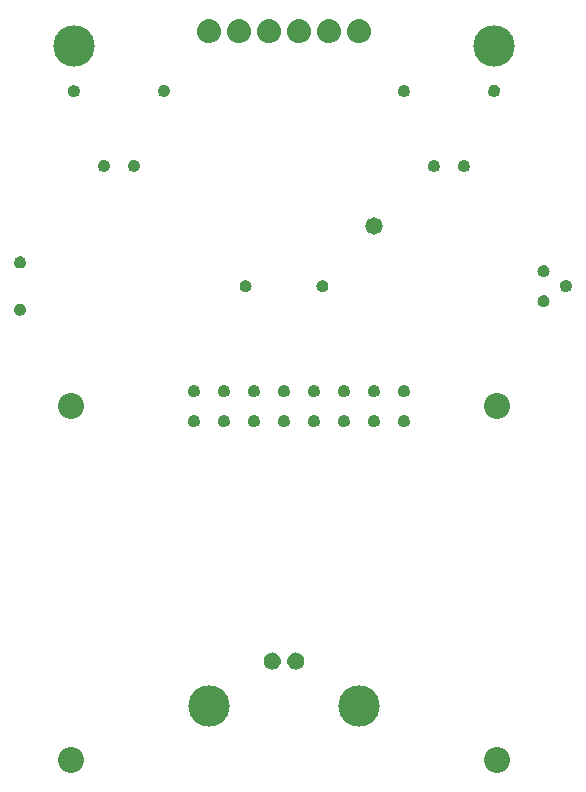
<source format=gbr>
G04 EAGLE Gerber RS-274X export*
G75*
%MOMM*%
%FSLAX34Y34*%
%LPD*%
%INSoldermask Top*%
%IPPOS*%
%AMOC8*
5,1,8,0,0,1.08239X$1,22.5*%
G01*
%ADD10C,3.505200*%
%ADD11C,2.203200*%
%ADD12C,1.473200*%

G36*
X192369Y586900D02*
X192369Y586900D01*
X192416Y586912D01*
X192492Y586922D01*
X194267Y587435D01*
X194310Y587456D01*
X194382Y587481D01*
X196023Y588330D01*
X196061Y588359D01*
X196127Y588397D01*
X197571Y589550D01*
X197603Y589587D01*
X197660Y589637D01*
X198851Y591049D01*
X198875Y591091D01*
X198921Y591152D01*
X199814Y592769D01*
X199829Y592815D01*
X199863Y592883D01*
X200423Y594644D01*
X200429Y594692D01*
X200449Y594766D01*
X200654Y596601D01*
X200651Y596648D01*
X200656Y596720D01*
X200530Y598395D01*
X200519Y598439D01*
X200512Y598504D01*
X200097Y600133D01*
X200078Y600173D01*
X200060Y600237D01*
X199368Y601768D01*
X199343Y601805D01*
X199314Y601865D01*
X198367Y603253D01*
X198336Y603284D01*
X198297Y603338D01*
X197123Y604540D01*
X197087Y604566D01*
X197039Y604612D01*
X195674Y605593D01*
X195634Y605612D01*
X195579Y605649D01*
X194065Y606377D01*
X194022Y606389D01*
X193961Y606416D01*
X192344Y606870D01*
X192299Y606875D01*
X192235Y606891D01*
X190563Y607057D01*
X190514Y607053D01*
X190436Y607057D01*
X188764Y606886D01*
X188721Y606874D01*
X188655Y606865D01*
X187038Y606407D01*
X186998Y606387D01*
X186935Y606368D01*
X185422Y605635D01*
X185386Y605609D01*
X185327Y605579D01*
X183965Y604595D01*
X183934Y604563D01*
X183881Y604523D01*
X182710Y603317D01*
X182686Y603280D01*
X182641Y603231D01*
X181697Y601841D01*
X181679Y601800D01*
X181643Y601744D01*
X180955Y600211D01*
X180944Y600168D01*
X180919Y600107D01*
X180507Y598477D01*
X180504Y598433D01*
X180490Y598368D01*
X180367Y596692D01*
X180372Y596647D01*
X180370Y596577D01*
X180569Y594750D01*
X180583Y594704D01*
X180595Y594629D01*
X181147Y592876D01*
X181170Y592833D01*
X181196Y592762D01*
X182080Y591150D01*
X182110Y591113D01*
X182150Y591048D01*
X183331Y589640D01*
X183368Y589609D01*
X183420Y589553D01*
X184853Y588403D01*
X184895Y588380D01*
X184957Y588335D01*
X186587Y587486D01*
X186633Y587472D01*
X186703Y587440D01*
X188467Y586926D01*
X188515Y586921D01*
X188589Y586903D01*
X190420Y586743D01*
X190464Y586747D01*
X190529Y586743D01*
X192369Y586900D01*
G37*
G36*
X243169Y586900D02*
X243169Y586900D01*
X243216Y586912D01*
X243292Y586922D01*
X245067Y587435D01*
X245110Y587456D01*
X245182Y587481D01*
X246823Y588330D01*
X246861Y588359D01*
X246927Y588397D01*
X248371Y589550D01*
X248403Y589587D01*
X248460Y589637D01*
X249651Y591049D01*
X249675Y591091D01*
X249721Y591152D01*
X250614Y592769D01*
X250629Y592815D01*
X250663Y592883D01*
X251223Y594644D01*
X251229Y594692D01*
X251249Y594766D01*
X251454Y596601D01*
X251451Y596648D01*
X251456Y596720D01*
X251330Y598395D01*
X251319Y598439D01*
X251312Y598504D01*
X250897Y600133D01*
X250878Y600173D01*
X250860Y600237D01*
X250168Y601768D01*
X250143Y601805D01*
X250114Y601865D01*
X249167Y603253D01*
X249136Y603284D01*
X249097Y603338D01*
X247923Y604540D01*
X247887Y604566D01*
X247839Y604612D01*
X246474Y605593D01*
X246434Y605612D01*
X246379Y605649D01*
X244865Y606377D01*
X244822Y606389D01*
X244761Y606416D01*
X243144Y606870D01*
X243099Y606875D01*
X243035Y606891D01*
X241363Y607057D01*
X241314Y607053D01*
X241236Y607057D01*
X239564Y606886D01*
X239521Y606874D01*
X239455Y606865D01*
X237838Y606407D01*
X237798Y606387D01*
X237735Y606368D01*
X236222Y605635D01*
X236186Y605609D01*
X236127Y605579D01*
X234765Y604595D01*
X234734Y604563D01*
X234681Y604523D01*
X233510Y603317D01*
X233486Y603280D01*
X233441Y603231D01*
X232497Y601841D01*
X232479Y601800D01*
X232443Y601744D01*
X231755Y600211D01*
X231744Y600168D01*
X231719Y600107D01*
X231307Y598477D01*
X231304Y598433D01*
X231290Y598368D01*
X231167Y596692D01*
X231172Y596647D01*
X231170Y596577D01*
X231369Y594750D01*
X231383Y594704D01*
X231395Y594629D01*
X231947Y592876D01*
X231970Y592833D01*
X231996Y592762D01*
X232880Y591150D01*
X232910Y591113D01*
X232950Y591048D01*
X234131Y589640D01*
X234168Y589609D01*
X234220Y589553D01*
X235653Y588403D01*
X235695Y588380D01*
X235757Y588335D01*
X237387Y587486D01*
X237433Y587472D01*
X237503Y587440D01*
X239267Y586926D01*
X239315Y586921D01*
X239389Y586903D01*
X241220Y586743D01*
X241264Y586747D01*
X241329Y586743D01*
X243169Y586900D01*
G37*
G36*
X293969Y586900D02*
X293969Y586900D01*
X294016Y586912D01*
X294092Y586922D01*
X295867Y587435D01*
X295910Y587456D01*
X295982Y587481D01*
X297623Y588330D01*
X297661Y588359D01*
X297727Y588397D01*
X299171Y589550D01*
X299203Y589587D01*
X299260Y589637D01*
X300451Y591049D01*
X300475Y591091D01*
X300521Y591152D01*
X301414Y592769D01*
X301429Y592815D01*
X301463Y592883D01*
X302023Y594644D01*
X302029Y594692D01*
X302049Y594766D01*
X302254Y596601D01*
X302251Y596648D01*
X302256Y596720D01*
X302130Y598395D01*
X302119Y598439D01*
X302112Y598504D01*
X301697Y600133D01*
X301678Y600173D01*
X301660Y600237D01*
X300968Y601768D01*
X300943Y601805D01*
X300914Y601865D01*
X299967Y603253D01*
X299936Y603284D01*
X299897Y603338D01*
X298723Y604540D01*
X298687Y604566D01*
X298639Y604612D01*
X297274Y605593D01*
X297234Y605612D01*
X297179Y605649D01*
X295665Y606377D01*
X295622Y606389D01*
X295561Y606416D01*
X293944Y606870D01*
X293899Y606875D01*
X293835Y606891D01*
X292163Y607057D01*
X292114Y607053D01*
X292036Y607057D01*
X290364Y606886D01*
X290321Y606874D01*
X290255Y606865D01*
X288638Y606407D01*
X288598Y606387D01*
X288535Y606368D01*
X287022Y605635D01*
X286986Y605609D01*
X286927Y605579D01*
X285565Y604595D01*
X285534Y604563D01*
X285481Y604523D01*
X284310Y603317D01*
X284286Y603280D01*
X284241Y603231D01*
X283297Y601841D01*
X283279Y601800D01*
X283243Y601744D01*
X282555Y600211D01*
X282544Y600168D01*
X282519Y600107D01*
X282107Y598477D01*
X282104Y598433D01*
X282090Y598368D01*
X281967Y596692D01*
X281972Y596647D01*
X281970Y596577D01*
X282169Y594750D01*
X282183Y594704D01*
X282195Y594629D01*
X282747Y592876D01*
X282770Y592833D01*
X282796Y592762D01*
X283680Y591150D01*
X283710Y591113D01*
X283750Y591048D01*
X284931Y589640D01*
X284968Y589609D01*
X285020Y589553D01*
X286453Y588403D01*
X286495Y588380D01*
X286557Y588335D01*
X288187Y587486D01*
X288233Y587472D01*
X288303Y587440D01*
X290067Y586926D01*
X290115Y586921D01*
X290189Y586903D01*
X292020Y586743D01*
X292064Y586747D01*
X292129Y586743D01*
X293969Y586900D01*
G37*
G36*
X217769Y586900D02*
X217769Y586900D01*
X217816Y586912D01*
X217892Y586922D01*
X219667Y587435D01*
X219710Y587456D01*
X219782Y587481D01*
X221423Y588330D01*
X221461Y588359D01*
X221527Y588397D01*
X222971Y589550D01*
X223003Y589587D01*
X223060Y589637D01*
X224251Y591049D01*
X224275Y591091D01*
X224321Y591152D01*
X225214Y592769D01*
X225229Y592815D01*
X225263Y592883D01*
X225823Y594644D01*
X225829Y594692D01*
X225849Y594766D01*
X226054Y596601D01*
X226051Y596648D01*
X226056Y596720D01*
X225930Y598395D01*
X225919Y598439D01*
X225912Y598504D01*
X225497Y600133D01*
X225478Y600173D01*
X225460Y600237D01*
X224768Y601768D01*
X224743Y601805D01*
X224714Y601865D01*
X223767Y603253D01*
X223736Y603284D01*
X223697Y603338D01*
X222523Y604540D01*
X222487Y604566D01*
X222439Y604612D01*
X221074Y605593D01*
X221034Y605612D01*
X220979Y605649D01*
X219465Y606377D01*
X219422Y606389D01*
X219361Y606416D01*
X217744Y606870D01*
X217699Y606875D01*
X217635Y606891D01*
X215963Y607057D01*
X215914Y607053D01*
X215836Y607057D01*
X214164Y606886D01*
X214121Y606874D01*
X214055Y606865D01*
X212438Y606407D01*
X212398Y606387D01*
X212335Y606368D01*
X210822Y605635D01*
X210786Y605609D01*
X210727Y605579D01*
X209365Y604595D01*
X209334Y604563D01*
X209281Y604523D01*
X208110Y603317D01*
X208086Y603280D01*
X208041Y603231D01*
X207097Y601841D01*
X207079Y601800D01*
X207043Y601744D01*
X206355Y600211D01*
X206344Y600168D01*
X206319Y600107D01*
X205907Y598477D01*
X205904Y598433D01*
X205890Y598368D01*
X205767Y596692D01*
X205772Y596647D01*
X205770Y596577D01*
X205969Y594750D01*
X205983Y594704D01*
X205995Y594629D01*
X206547Y592876D01*
X206570Y592833D01*
X206596Y592762D01*
X207480Y591150D01*
X207510Y591113D01*
X207550Y591048D01*
X208731Y589640D01*
X208768Y589609D01*
X208820Y589553D01*
X210253Y588403D01*
X210295Y588380D01*
X210357Y588335D01*
X211987Y587486D01*
X212033Y587472D01*
X212103Y587440D01*
X213867Y586926D01*
X213915Y586921D01*
X213989Y586903D01*
X215820Y586743D01*
X215864Y586747D01*
X215929Y586743D01*
X217769Y586900D01*
G37*
G36*
X319369Y586900D02*
X319369Y586900D01*
X319416Y586912D01*
X319492Y586922D01*
X321267Y587435D01*
X321310Y587456D01*
X321382Y587481D01*
X323023Y588330D01*
X323061Y588359D01*
X323127Y588397D01*
X324571Y589550D01*
X324603Y589587D01*
X324660Y589637D01*
X325851Y591049D01*
X325875Y591091D01*
X325921Y591152D01*
X326814Y592769D01*
X326829Y592815D01*
X326863Y592883D01*
X327423Y594644D01*
X327429Y594692D01*
X327449Y594766D01*
X327654Y596601D01*
X327651Y596648D01*
X327656Y596720D01*
X327530Y598395D01*
X327519Y598439D01*
X327512Y598504D01*
X327097Y600133D01*
X327078Y600173D01*
X327060Y600237D01*
X326368Y601768D01*
X326343Y601805D01*
X326314Y601865D01*
X325367Y603253D01*
X325336Y603284D01*
X325297Y603338D01*
X324123Y604540D01*
X324087Y604566D01*
X324039Y604612D01*
X322674Y605593D01*
X322634Y605612D01*
X322579Y605649D01*
X321065Y606377D01*
X321022Y606389D01*
X320961Y606416D01*
X319344Y606870D01*
X319299Y606875D01*
X319235Y606891D01*
X317563Y607057D01*
X317514Y607053D01*
X317436Y607057D01*
X315764Y606886D01*
X315721Y606874D01*
X315655Y606865D01*
X314038Y606407D01*
X313998Y606387D01*
X313935Y606368D01*
X312422Y605635D01*
X312386Y605609D01*
X312327Y605579D01*
X310965Y604595D01*
X310934Y604563D01*
X310881Y604523D01*
X309710Y603317D01*
X309686Y603280D01*
X309641Y603231D01*
X308697Y601841D01*
X308679Y601800D01*
X308643Y601744D01*
X307955Y600211D01*
X307944Y600168D01*
X307919Y600107D01*
X307507Y598477D01*
X307504Y598433D01*
X307490Y598368D01*
X307367Y596692D01*
X307372Y596647D01*
X307370Y596577D01*
X307569Y594750D01*
X307583Y594704D01*
X307595Y594629D01*
X308147Y592876D01*
X308170Y592833D01*
X308196Y592762D01*
X309080Y591150D01*
X309110Y591113D01*
X309150Y591048D01*
X310331Y589640D01*
X310368Y589609D01*
X310420Y589553D01*
X311853Y588403D01*
X311895Y588380D01*
X311957Y588335D01*
X313587Y587486D01*
X313633Y587472D01*
X313703Y587440D01*
X315467Y586926D01*
X315515Y586921D01*
X315589Y586903D01*
X317420Y586743D01*
X317464Y586747D01*
X317529Y586743D01*
X319369Y586900D01*
G37*
G36*
X268569Y586900D02*
X268569Y586900D01*
X268616Y586912D01*
X268692Y586922D01*
X270467Y587435D01*
X270510Y587456D01*
X270582Y587481D01*
X272223Y588330D01*
X272261Y588359D01*
X272327Y588397D01*
X273771Y589550D01*
X273803Y589587D01*
X273860Y589637D01*
X275051Y591049D01*
X275075Y591091D01*
X275121Y591152D01*
X276014Y592769D01*
X276029Y592815D01*
X276063Y592883D01*
X276623Y594644D01*
X276629Y594692D01*
X276649Y594766D01*
X276854Y596601D01*
X276851Y596648D01*
X276856Y596720D01*
X276730Y598395D01*
X276719Y598439D01*
X276712Y598504D01*
X276297Y600133D01*
X276278Y600173D01*
X276260Y600237D01*
X275568Y601768D01*
X275543Y601805D01*
X275514Y601865D01*
X274567Y603253D01*
X274536Y603284D01*
X274497Y603338D01*
X273323Y604540D01*
X273287Y604566D01*
X273239Y604612D01*
X271874Y605593D01*
X271834Y605612D01*
X271779Y605649D01*
X270265Y606377D01*
X270222Y606389D01*
X270161Y606416D01*
X268544Y606870D01*
X268499Y606875D01*
X268435Y606891D01*
X266763Y607057D01*
X266714Y607053D01*
X266636Y607057D01*
X264964Y606886D01*
X264921Y606874D01*
X264855Y606865D01*
X263238Y606407D01*
X263198Y606387D01*
X263135Y606368D01*
X261622Y605635D01*
X261586Y605609D01*
X261527Y605579D01*
X260165Y604595D01*
X260134Y604563D01*
X260081Y604523D01*
X258910Y603317D01*
X258886Y603280D01*
X258841Y603231D01*
X257897Y601841D01*
X257879Y601800D01*
X257843Y601744D01*
X257155Y600211D01*
X257144Y600168D01*
X257119Y600107D01*
X256707Y598477D01*
X256704Y598433D01*
X256690Y598368D01*
X256567Y596692D01*
X256572Y596647D01*
X256570Y596577D01*
X256769Y594750D01*
X256783Y594704D01*
X256795Y594629D01*
X257347Y592876D01*
X257370Y592833D01*
X257396Y592762D01*
X258280Y591150D01*
X258310Y591113D01*
X258350Y591048D01*
X259531Y589640D01*
X259568Y589609D01*
X259620Y589553D01*
X261053Y588403D01*
X261095Y588380D01*
X261157Y588335D01*
X262787Y587486D01*
X262833Y587472D01*
X262903Y587440D01*
X264667Y586926D01*
X264715Y586921D01*
X264789Y586903D01*
X266620Y586743D01*
X266664Y586747D01*
X266729Y586743D01*
X268569Y586900D01*
G37*
G36*
X243986Y56269D02*
X243986Y56269D01*
X244062Y56265D01*
X245351Y56392D01*
X245397Y56405D01*
X245472Y56416D01*
X246711Y56792D01*
X246754Y56814D01*
X246826Y56839D01*
X247968Y57450D01*
X248006Y57479D01*
X248071Y57519D01*
X249072Y58340D01*
X249103Y58377D01*
X249160Y58428D01*
X249981Y59429D01*
X250005Y59471D01*
X250050Y59532D01*
X250661Y60674D01*
X250676Y60720D01*
X250708Y60789D01*
X251084Y62028D01*
X251090Y62075D01*
X251108Y62149D01*
X251235Y63438D01*
X251231Y63485D01*
X251235Y63561D01*
X251112Y64847D01*
X251099Y64893D01*
X251088Y64969D01*
X250716Y66207D01*
X250694Y66250D01*
X250668Y66322D01*
X250061Y67463D01*
X250032Y67501D01*
X249993Y67567D01*
X249175Y68567D01*
X249138Y68599D01*
X249087Y68655D01*
X248089Y69477D01*
X248047Y69501D01*
X247986Y69546D01*
X246847Y70158D01*
X246801Y70172D01*
X246732Y70205D01*
X245496Y70582D01*
X245448Y70588D01*
X245374Y70607D01*
X244088Y70735D01*
X244040Y70731D01*
X243964Y70735D01*
X242673Y70611D01*
X242627Y70598D01*
X242551Y70587D01*
X241309Y70213D01*
X241266Y70191D01*
X241194Y70165D01*
X240049Y69556D01*
X240011Y69527D01*
X239945Y69487D01*
X238941Y68666D01*
X238910Y68630D01*
X238853Y68579D01*
X238028Y67577D01*
X238004Y67535D01*
X237959Y67474D01*
X237345Y66331D01*
X237330Y66286D01*
X237297Y66217D01*
X236919Y64976D01*
X236913Y64928D01*
X236894Y64854D01*
X236765Y63563D01*
X236769Y63515D01*
X236765Y63438D01*
X236892Y62149D01*
X236905Y62103D01*
X236916Y62028D01*
X237291Y60789D01*
X237313Y60746D01*
X237339Y60674D01*
X237949Y59532D01*
X237979Y59494D01*
X238018Y59428D01*
X238840Y58428D01*
X238876Y58396D01*
X238928Y58340D01*
X239928Y57518D01*
X239970Y57495D01*
X240032Y57449D01*
X241174Y56839D01*
X241219Y56824D01*
X241289Y56791D01*
X242528Y56416D01*
X242575Y56410D01*
X242649Y56392D01*
X243938Y56265D01*
X243986Y56269D01*
G37*
G36*
X263986Y56269D02*
X263986Y56269D01*
X264062Y56265D01*
X265351Y56392D01*
X265397Y56405D01*
X265472Y56416D01*
X266711Y56792D01*
X266754Y56814D01*
X266826Y56839D01*
X267968Y57450D01*
X268006Y57479D01*
X268071Y57519D01*
X269072Y58340D01*
X269103Y58377D01*
X269160Y58428D01*
X269981Y59429D01*
X270005Y59471D01*
X270050Y59532D01*
X270661Y60674D01*
X270676Y60720D01*
X270708Y60789D01*
X271084Y62028D01*
X271090Y62075D01*
X271108Y62149D01*
X271235Y63438D01*
X271231Y63485D01*
X271235Y63561D01*
X271112Y64847D01*
X271099Y64893D01*
X271088Y64969D01*
X270716Y66207D01*
X270694Y66250D01*
X270668Y66322D01*
X270061Y67463D01*
X270032Y67501D01*
X269993Y67567D01*
X269175Y68567D01*
X269138Y68599D01*
X269087Y68655D01*
X268089Y69477D01*
X268047Y69501D01*
X267986Y69546D01*
X266847Y70158D01*
X266801Y70172D01*
X266732Y70205D01*
X265496Y70582D01*
X265448Y70588D01*
X265374Y70607D01*
X264088Y70735D01*
X264040Y70731D01*
X263964Y70735D01*
X262673Y70611D01*
X262627Y70598D01*
X262551Y70587D01*
X261309Y70213D01*
X261266Y70191D01*
X261194Y70165D01*
X260049Y69556D01*
X260011Y69527D01*
X259945Y69487D01*
X258941Y68666D01*
X258910Y68630D01*
X258853Y68579D01*
X258028Y67577D01*
X258004Y67535D01*
X257959Y67474D01*
X257345Y66331D01*
X257330Y66286D01*
X257297Y66217D01*
X256919Y64976D01*
X256913Y64928D01*
X256894Y64854D01*
X256765Y63563D01*
X256769Y63515D01*
X256765Y63438D01*
X256892Y62149D01*
X256905Y62103D01*
X256916Y62028D01*
X257291Y60789D01*
X257313Y60746D01*
X257339Y60674D01*
X257949Y59532D01*
X257979Y59494D01*
X258018Y59428D01*
X258840Y58428D01*
X258876Y58396D01*
X258928Y58340D01*
X259928Y57518D01*
X259970Y57495D01*
X260032Y57449D01*
X261174Y56839D01*
X261219Y56824D01*
X261289Y56791D01*
X262528Y56416D01*
X262575Y56410D01*
X262649Y56392D01*
X263938Y56265D01*
X263986Y56269D01*
G37*
G36*
X30678Y395994D02*
X30678Y395994D01*
X30769Y395993D01*
X31733Y396124D01*
X31781Y396140D01*
X31870Y396159D01*
X32781Y396501D01*
X32824Y396527D01*
X32908Y396566D01*
X33719Y397103D01*
X33755Y397138D01*
X33828Y397194D01*
X34500Y397898D01*
X34528Y397940D01*
X34586Y398011D01*
X35084Y398847D01*
X35085Y398850D01*
X35087Y398852D01*
X35093Y398871D01*
X35102Y398894D01*
X35142Y398976D01*
X35442Y399902D01*
X35449Y399952D01*
X35471Y400041D01*
X35557Y401010D01*
X35553Y401057D01*
X35556Y401132D01*
X35454Y402108D01*
X35440Y402156D01*
X35424Y402246D01*
X35108Y403175D01*
X35084Y403219D01*
X35047Y403304D01*
X34533Y404139D01*
X34499Y404176D01*
X34445Y404251D01*
X33757Y404951D01*
X33716Y404980D01*
X33647Y405040D01*
X32820Y405569D01*
X32774Y405588D01*
X32693Y405632D01*
X31770Y405964D01*
X31720Y405972D01*
X31631Y405997D01*
X30657Y406115D01*
X30607Y406112D01*
X30521Y406116D01*
X29519Y406021D01*
X29470Y406007D01*
X29380Y405991D01*
X28424Y405675D01*
X28379Y405651D01*
X28295Y405616D01*
X27434Y405094D01*
X27396Y405061D01*
X27321Y405008D01*
X26597Y404308D01*
X26568Y404267D01*
X26507Y404198D01*
X25957Y403355D01*
X25937Y403309D01*
X25893Y403228D01*
X25545Y402284D01*
X25536Y402234D01*
X25511Y402146D01*
X25381Y401148D01*
X25383Y401105D01*
X25382Y400979D01*
X25521Y399968D01*
X25537Y399920D01*
X25556Y399830D01*
X25918Y398875D01*
X25944Y398832D01*
X25983Y398748D01*
X26547Y397898D01*
X26582Y397861D01*
X26639Y397789D01*
X27379Y397085D01*
X27421Y397057D01*
X27492Y396999D01*
X28370Y396478D01*
X28417Y396460D01*
X28499Y396419D01*
X29471Y396106D01*
X29521Y396099D01*
X29610Y396078D01*
X30628Y395989D01*
X30678Y395994D01*
G37*
G36*
X30678Y355862D02*
X30678Y355862D01*
X30769Y355861D01*
X31733Y355992D01*
X31781Y356008D01*
X31870Y356027D01*
X32781Y356369D01*
X32824Y356395D01*
X32908Y356434D01*
X33719Y356971D01*
X33755Y357006D01*
X33828Y357062D01*
X34500Y357766D01*
X34528Y357808D01*
X34586Y357879D01*
X35084Y358715D01*
X35085Y358718D01*
X35087Y358720D01*
X35093Y358739D01*
X35102Y358762D01*
X35142Y358844D01*
X35442Y359770D01*
X35449Y359820D01*
X35471Y359909D01*
X35557Y360878D01*
X35553Y360925D01*
X35556Y361000D01*
X35454Y361976D01*
X35440Y362024D01*
X35424Y362114D01*
X35108Y363043D01*
X35084Y363087D01*
X35047Y363172D01*
X34533Y364007D01*
X34499Y364044D01*
X34445Y364119D01*
X33757Y364819D01*
X33716Y364848D01*
X33647Y364908D01*
X32820Y365437D01*
X32774Y365456D01*
X32693Y365500D01*
X31770Y365832D01*
X31720Y365840D01*
X31631Y365865D01*
X30657Y365983D01*
X30607Y365980D01*
X30521Y365984D01*
X29519Y365889D01*
X29470Y365875D01*
X29380Y365859D01*
X28424Y365543D01*
X28379Y365519D01*
X28295Y365484D01*
X27434Y364962D01*
X27396Y364929D01*
X27321Y364876D01*
X26597Y364176D01*
X26568Y364135D01*
X26507Y364066D01*
X25957Y363223D01*
X25937Y363177D01*
X25893Y363096D01*
X25545Y362152D01*
X25536Y362102D01*
X25511Y362014D01*
X25381Y361016D01*
X25383Y360973D01*
X25382Y360847D01*
X25521Y359836D01*
X25537Y359788D01*
X25556Y359698D01*
X25918Y358743D01*
X25944Y358700D01*
X25983Y358616D01*
X26547Y357766D01*
X26582Y357729D01*
X26639Y357657D01*
X27379Y356953D01*
X27421Y356925D01*
X27492Y356867D01*
X28370Y356346D01*
X28417Y356328D01*
X28499Y356287D01*
X29471Y355974D01*
X29521Y355967D01*
X29610Y355946D01*
X30628Y355857D01*
X30678Y355862D01*
G37*
G36*
X152361Y541003D02*
X152361Y541003D01*
X152487Y541002D01*
X153498Y541141D01*
X153546Y541157D01*
X153636Y541176D01*
X154591Y541538D01*
X154634Y541564D01*
X154718Y541603D01*
X155568Y542167D01*
X155605Y542202D01*
X155677Y542259D01*
X156381Y542999D01*
X156409Y543041D01*
X156467Y543112D01*
X156988Y543990D01*
X157006Y544037D01*
X157047Y544119D01*
X157360Y545091D01*
X157367Y545141D01*
X157388Y545230D01*
X157477Y546248D01*
X157472Y546298D01*
X157473Y546389D01*
X157342Y547353D01*
X157326Y547401D01*
X157307Y547490D01*
X156965Y548401D01*
X156939Y548444D01*
X156900Y548528D01*
X156363Y549339D01*
X156328Y549375D01*
X156272Y549448D01*
X155568Y550120D01*
X155526Y550148D01*
X155455Y550206D01*
X154620Y550704D01*
X154572Y550722D01*
X154490Y550762D01*
X153565Y551062D01*
X153514Y551069D01*
X153425Y551091D01*
X152456Y551177D01*
X152409Y551173D01*
X152334Y551176D01*
X151358Y551074D01*
X151310Y551060D01*
X151220Y551044D01*
X150291Y550728D01*
X150247Y550704D01*
X150162Y550667D01*
X149327Y550153D01*
X149290Y550119D01*
X149215Y550065D01*
X148516Y549377D01*
X148486Y549336D01*
X148426Y549267D01*
X147897Y548440D01*
X147878Y548394D01*
X147834Y548313D01*
X147502Y547390D01*
X147494Y547340D01*
X147469Y547251D01*
X147351Y546277D01*
X147354Y546227D01*
X147350Y546141D01*
X147445Y545139D01*
X147459Y545090D01*
X147475Y545000D01*
X147791Y544044D01*
X147815Y543999D01*
X147851Y543915D01*
X148372Y543054D01*
X148405Y543016D01*
X148458Y542941D01*
X149158Y542217D01*
X149199Y542188D01*
X149268Y542127D01*
X150111Y541577D01*
X150157Y541557D01*
X150238Y541513D01*
X151182Y541165D01*
X151232Y541156D01*
X151320Y541131D01*
X152318Y541001D01*
X152361Y541003D01*
G37*
G36*
X76085Y540927D02*
X76085Y540927D01*
X76211Y540926D01*
X77222Y541065D01*
X77270Y541081D01*
X77360Y541100D01*
X78315Y541462D01*
X78358Y541488D01*
X78442Y541527D01*
X79292Y542091D01*
X79329Y542126D01*
X79401Y542183D01*
X80105Y542923D01*
X80133Y542965D01*
X80191Y543036D01*
X80712Y543914D01*
X80730Y543961D01*
X80771Y544043D01*
X81084Y545015D01*
X81091Y545065D01*
X81112Y545154D01*
X81201Y546172D01*
X81196Y546222D01*
X81197Y546313D01*
X81066Y547277D01*
X81050Y547325D01*
X81031Y547414D01*
X80689Y548325D01*
X80663Y548368D01*
X80624Y548452D01*
X80087Y549263D01*
X80052Y549299D01*
X79996Y549372D01*
X79292Y550044D01*
X79250Y550072D01*
X79179Y550130D01*
X78344Y550628D01*
X78296Y550646D01*
X78214Y550686D01*
X77289Y550986D01*
X77238Y550993D01*
X77149Y551015D01*
X76180Y551101D01*
X76133Y551097D01*
X76058Y551100D01*
X75082Y550998D01*
X75034Y550984D01*
X74944Y550968D01*
X74015Y550652D01*
X73971Y550628D01*
X73886Y550591D01*
X73051Y550077D01*
X73014Y550043D01*
X72939Y549989D01*
X72240Y549301D01*
X72210Y549260D01*
X72150Y549191D01*
X71621Y548364D01*
X71602Y548318D01*
X71558Y548237D01*
X71226Y547314D01*
X71218Y547264D01*
X71193Y547175D01*
X71075Y546201D01*
X71078Y546151D01*
X71074Y546065D01*
X71169Y545063D01*
X71183Y545014D01*
X71199Y544924D01*
X71515Y543968D01*
X71539Y543923D01*
X71575Y543839D01*
X72096Y542978D01*
X72129Y542940D01*
X72182Y542865D01*
X72882Y542141D01*
X72923Y542112D01*
X72992Y542051D01*
X73835Y541501D01*
X73881Y541481D01*
X73962Y541437D01*
X74906Y541089D01*
X74956Y541080D01*
X75044Y541055D01*
X76042Y540925D01*
X76085Y540927D01*
G37*
G36*
X126961Y477503D02*
X126961Y477503D01*
X127087Y477502D01*
X128098Y477641D01*
X128146Y477657D01*
X128236Y477676D01*
X129191Y478038D01*
X129234Y478064D01*
X129318Y478103D01*
X130168Y478667D01*
X130205Y478702D01*
X130277Y478759D01*
X130981Y479499D01*
X131009Y479541D01*
X131067Y479612D01*
X131588Y480490D01*
X131606Y480537D01*
X131647Y480619D01*
X131960Y481591D01*
X131967Y481641D01*
X131988Y481730D01*
X132077Y482748D01*
X132072Y482798D01*
X132073Y482889D01*
X131942Y483853D01*
X131926Y483901D01*
X131907Y483990D01*
X131565Y484901D01*
X131539Y484944D01*
X131500Y485028D01*
X130963Y485839D01*
X130928Y485875D01*
X130872Y485948D01*
X130168Y486620D01*
X130126Y486648D01*
X130055Y486706D01*
X129220Y487204D01*
X129172Y487222D01*
X129090Y487262D01*
X128165Y487562D01*
X128114Y487569D01*
X128025Y487591D01*
X127056Y487677D01*
X127009Y487673D01*
X126934Y487676D01*
X125958Y487574D01*
X125910Y487560D01*
X125820Y487544D01*
X124891Y487228D01*
X124847Y487204D01*
X124762Y487167D01*
X123927Y486653D01*
X123890Y486619D01*
X123815Y486565D01*
X123116Y485877D01*
X123086Y485836D01*
X123026Y485767D01*
X122497Y484940D01*
X122478Y484894D01*
X122434Y484813D01*
X122102Y483890D01*
X122094Y483840D01*
X122069Y483751D01*
X121951Y482777D01*
X121954Y482727D01*
X121950Y482641D01*
X122045Y481639D01*
X122059Y481590D01*
X122075Y481500D01*
X122391Y480544D01*
X122415Y480499D01*
X122451Y480415D01*
X122972Y479554D01*
X123005Y479516D01*
X123058Y479441D01*
X123758Y478717D01*
X123799Y478688D01*
X123868Y478627D01*
X124711Y478077D01*
X124757Y478057D01*
X124838Y478013D01*
X125782Y477665D01*
X125832Y477656D01*
X125920Y477631D01*
X126918Y477501D01*
X126961Y477503D01*
G37*
G36*
X101561Y477503D02*
X101561Y477503D01*
X101687Y477502D01*
X102698Y477641D01*
X102746Y477657D01*
X102836Y477676D01*
X103791Y478038D01*
X103834Y478064D01*
X103918Y478103D01*
X104768Y478667D01*
X104805Y478702D01*
X104877Y478759D01*
X105581Y479499D01*
X105609Y479541D01*
X105667Y479612D01*
X106188Y480490D01*
X106206Y480537D01*
X106247Y480619D01*
X106560Y481591D01*
X106567Y481641D01*
X106588Y481730D01*
X106677Y482748D01*
X106672Y482798D01*
X106673Y482889D01*
X106542Y483853D01*
X106526Y483901D01*
X106507Y483990D01*
X106165Y484901D01*
X106139Y484944D01*
X106100Y485028D01*
X105563Y485839D01*
X105528Y485875D01*
X105472Y485948D01*
X104768Y486620D01*
X104726Y486648D01*
X104655Y486706D01*
X103820Y487204D01*
X103772Y487222D01*
X103690Y487262D01*
X102765Y487562D01*
X102714Y487569D01*
X102625Y487591D01*
X101656Y487677D01*
X101609Y487673D01*
X101534Y487676D01*
X100558Y487574D01*
X100510Y487560D01*
X100420Y487544D01*
X99491Y487228D01*
X99447Y487204D01*
X99362Y487167D01*
X98527Y486653D01*
X98490Y486619D01*
X98415Y486565D01*
X97716Y485877D01*
X97686Y485836D01*
X97626Y485767D01*
X97097Y484940D01*
X97078Y484894D01*
X97034Y484813D01*
X96702Y483890D01*
X96694Y483840D01*
X96669Y483751D01*
X96551Y482777D01*
X96554Y482727D01*
X96550Y482641D01*
X96645Y481639D01*
X96659Y481590D01*
X96675Y481500D01*
X96991Y480544D01*
X97015Y480499D01*
X97051Y480415D01*
X97572Y479554D01*
X97605Y479516D01*
X97658Y479441D01*
X98358Y478717D01*
X98399Y478688D01*
X98468Y478627D01*
X99311Y478077D01*
X99357Y478057D01*
X99438Y478013D01*
X100382Y477665D01*
X100432Y477656D01*
X100520Y477631D01*
X101518Y477501D01*
X101561Y477503D01*
G37*
G36*
X431867Y541103D02*
X431867Y541103D01*
X431942Y541100D01*
X432918Y541202D01*
X432966Y541216D01*
X433056Y541232D01*
X433985Y541548D01*
X434029Y541573D01*
X434114Y541609D01*
X434949Y542123D01*
X434986Y542157D01*
X435061Y542211D01*
X435761Y542899D01*
X435790Y542940D01*
X435850Y543009D01*
X436379Y543836D01*
X436398Y543882D01*
X436442Y543963D01*
X436774Y544886D01*
X436782Y544936D01*
X436807Y545025D01*
X436925Y545999D01*
X436922Y546049D01*
X436926Y546135D01*
X436831Y547137D01*
X436817Y547186D01*
X436801Y547276D01*
X436485Y548232D01*
X436461Y548277D01*
X436426Y548361D01*
X435904Y549222D01*
X435871Y549260D01*
X435818Y549335D01*
X435118Y550059D01*
X435077Y550088D01*
X435008Y550149D01*
X434165Y550699D01*
X434119Y550719D01*
X434038Y550763D01*
X433094Y551111D01*
X433044Y551120D01*
X432956Y551145D01*
X431958Y551275D01*
X431915Y551273D01*
X431789Y551274D01*
X430778Y551135D01*
X430730Y551119D01*
X430640Y551100D01*
X429685Y550738D01*
X429642Y550712D01*
X429558Y550674D01*
X428708Y550109D01*
X428671Y550074D01*
X428599Y550017D01*
X427895Y549278D01*
X427867Y549235D01*
X427809Y549164D01*
X427288Y548286D01*
X427270Y548239D01*
X427229Y548157D01*
X426916Y547185D01*
X426909Y547135D01*
X426888Y547046D01*
X426799Y546028D01*
X426804Y545978D01*
X426803Y545887D01*
X426934Y544923D01*
X426950Y544875D01*
X426969Y544786D01*
X427311Y543875D01*
X427337Y543832D01*
X427376Y543749D01*
X427913Y542937D01*
X427948Y542901D01*
X428004Y542828D01*
X428708Y542156D01*
X428750Y542129D01*
X428821Y542070D01*
X429657Y541572D01*
X429704Y541554D01*
X429786Y541514D01*
X430712Y541214D01*
X430762Y541207D01*
X430851Y541185D01*
X431820Y541099D01*
X431867Y541103D01*
G37*
G36*
X355591Y541027D02*
X355591Y541027D01*
X355666Y541024D01*
X356642Y541126D01*
X356690Y541140D01*
X356780Y541156D01*
X357709Y541472D01*
X357753Y541497D01*
X357838Y541533D01*
X358673Y542047D01*
X358710Y542081D01*
X358785Y542135D01*
X359485Y542823D01*
X359514Y542864D01*
X359574Y542933D01*
X360103Y543760D01*
X360122Y543806D01*
X360166Y543887D01*
X360498Y544810D01*
X360506Y544860D01*
X360531Y544949D01*
X360649Y545923D01*
X360646Y545973D01*
X360650Y546059D01*
X360555Y547061D01*
X360541Y547110D01*
X360525Y547200D01*
X360209Y548156D01*
X360185Y548201D01*
X360150Y548285D01*
X359628Y549146D01*
X359595Y549184D01*
X359542Y549259D01*
X358842Y549983D01*
X358801Y550012D01*
X358732Y550073D01*
X357889Y550623D01*
X357843Y550643D01*
X357762Y550687D01*
X356818Y551035D01*
X356768Y551044D01*
X356680Y551069D01*
X355682Y551199D01*
X355639Y551197D01*
X355513Y551198D01*
X354502Y551059D01*
X354454Y551043D01*
X354364Y551024D01*
X353409Y550662D01*
X353366Y550636D01*
X353282Y550598D01*
X352432Y550033D01*
X352395Y549998D01*
X352323Y549941D01*
X351619Y549202D01*
X351591Y549159D01*
X351533Y549088D01*
X351012Y548210D01*
X350994Y548163D01*
X350953Y548081D01*
X350640Y547109D01*
X350633Y547059D01*
X350612Y546970D01*
X350523Y545952D01*
X350528Y545902D01*
X350527Y545811D01*
X350658Y544847D01*
X350674Y544799D01*
X350693Y544710D01*
X351035Y543799D01*
X351061Y543756D01*
X351100Y543673D01*
X351637Y542861D01*
X351672Y542825D01*
X351728Y542752D01*
X352432Y542080D01*
X352474Y542053D01*
X352545Y541994D01*
X353381Y541496D01*
X353428Y541478D01*
X353510Y541438D01*
X354436Y541138D01*
X354486Y541131D01*
X354575Y541109D01*
X355544Y541023D01*
X355591Y541027D01*
G37*
G36*
X380991Y477527D02*
X380991Y477527D01*
X381066Y477524D01*
X382042Y477626D01*
X382090Y477640D01*
X382180Y477656D01*
X383109Y477972D01*
X383153Y477997D01*
X383238Y478033D01*
X384073Y478547D01*
X384110Y478581D01*
X384185Y478635D01*
X384885Y479323D01*
X384914Y479364D01*
X384974Y479433D01*
X385503Y480260D01*
X385522Y480306D01*
X385566Y480387D01*
X385898Y481310D01*
X385906Y481360D01*
X385931Y481449D01*
X386049Y482423D01*
X386046Y482473D01*
X386050Y482559D01*
X385955Y483561D01*
X385941Y483610D01*
X385925Y483700D01*
X385609Y484656D01*
X385585Y484701D01*
X385550Y484785D01*
X385028Y485646D01*
X384995Y485684D01*
X384942Y485759D01*
X384242Y486483D01*
X384201Y486512D01*
X384132Y486573D01*
X383289Y487123D01*
X383243Y487143D01*
X383162Y487187D01*
X382218Y487535D01*
X382168Y487544D01*
X382080Y487569D01*
X381082Y487699D01*
X381039Y487697D01*
X380913Y487698D01*
X379902Y487559D01*
X379854Y487543D01*
X379764Y487524D01*
X378809Y487162D01*
X378766Y487136D01*
X378682Y487098D01*
X377832Y486533D01*
X377795Y486498D01*
X377723Y486441D01*
X377019Y485702D01*
X376991Y485659D01*
X376933Y485588D01*
X376412Y484710D01*
X376394Y484663D01*
X376353Y484581D01*
X376040Y483609D01*
X376033Y483559D01*
X376012Y483470D01*
X375923Y482452D01*
X375928Y482402D01*
X375927Y482311D01*
X376058Y481347D01*
X376074Y481299D01*
X376093Y481210D01*
X376435Y480299D01*
X376461Y480256D01*
X376500Y480173D01*
X377037Y479361D01*
X377072Y479325D01*
X377128Y479252D01*
X377832Y478580D01*
X377874Y478553D01*
X377945Y478494D01*
X378781Y477996D01*
X378828Y477978D01*
X378910Y477938D01*
X379836Y477638D01*
X379886Y477631D01*
X379975Y477609D01*
X380944Y477523D01*
X380991Y477527D01*
G37*
G36*
X406391Y477527D02*
X406391Y477527D01*
X406466Y477524D01*
X407442Y477626D01*
X407490Y477640D01*
X407580Y477656D01*
X408509Y477972D01*
X408553Y477997D01*
X408638Y478033D01*
X409473Y478547D01*
X409510Y478581D01*
X409585Y478635D01*
X410285Y479323D01*
X410314Y479364D01*
X410374Y479433D01*
X410903Y480260D01*
X410922Y480306D01*
X410966Y480387D01*
X411298Y481310D01*
X411306Y481360D01*
X411331Y481449D01*
X411449Y482423D01*
X411446Y482473D01*
X411450Y482559D01*
X411355Y483561D01*
X411341Y483610D01*
X411325Y483700D01*
X411009Y484656D01*
X410985Y484701D01*
X410950Y484785D01*
X410428Y485646D01*
X410395Y485684D01*
X410342Y485759D01*
X409642Y486483D01*
X409601Y486512D01*
X409532Y486573D01*
X408689Y487123D01*
X408643Y487143D01*
X408562Y487187D01*
X407618Y487535D01*
X407568Y487544D01*
X407480Y487569D01*
X406482Y487699D01*
X406439Y487697D01*
X406313Y487698D01*
X405302Y487559D01*
X405254Y487543D01*
X405164Y487524D01*
X404209Y487162D01*
X404166Y487136D01*
X404082Y487098D01*
X403232Y486533D01*
X403195Y486498D01*
X403123Y486441D01*
X402419Y485702D01*
X402391Y485659D01*
X402333Y485588D01*
X401812Y484710D01*
X401794Y484663D01*
X401753Y484581D01*
X401440Y483609D01*
X401433Y483559D01*
X401412Y483470D01*
X401323Y482452D01*
X401328Y482402D01*
X401327Y482311D01*
X401458Y481347D01*
X401474Y481299D01*
X401493Y481210D01*
X401835Y480299D01*
X401861Y480256D01*
X401900Y480173D01*
X402437Y479361D01*
X402472Y479325D01*
X402528Y479252D01*
X403232Y478580D01*
X403274Y478553D01*
X403345Y478494D01*
X404181Y477996D01*
X404228Y477978D01*
X404310Y477938D01*
X405236Y477638D01*
X405286Y477631D01*
X405375Y477609D01*
X406344Y477523D01*
X406391Y477527D01*
G37*
G36*
X474671Y388745D02*
X474671Y388745D01*
X474720Y388759D01*
X474810Y388775D01*
X475766Y389091D01*
X475811Y389115D01*
X475895Y389151D01*
X476756Y389672D01*
X476794Y389705D01*
X476869Y389758D01*
X477593Y390458D01*
X477622Y390499D01*
X477683Y390568D01*
X478233Y391411D01*
X478253Y391457D01*
X478297Y391538D01*
X478645Y392482D01*
X478654Y392532D01*
X478679Y392620D01*
X478809Y393618D01*
X478807Y393661D01*
X478808Y393787D01*
X478669Y394798D01*
X478653Y394846D01*
X478634Y394936D01*
X478272Y395891D01*
X478246Y395934D01*
X478208Y396018D01*
X477643Y396868D01*
X477608Y396905D01*
X477551Y396977D01*
X476812Y397681D01*
X476769Y397709D01*
X476698Y397767D01*
X475820Y398288D01*
X475773Y398306D01*
X475691Y398347D01*
X474719Y398660D01*
X474669Y398667D01*
X474580Y398688D01*
X473562Y398777D01*
X473512Y398772D01*
X473421Y398773D01*
X472457Y398642D01*
X472409Y398626D01*
X472320Y398607D01*
X471409Y398265D01*
X471366Y398239D01*
X471283Y398200D01*
X470471Y397663D01*
X470435Y397628D01*
X470362Y397572D01*
X469690Y396868D01*
X469663Y396826D01*
X469604Y396755D01*
X469106Y395920D01*
X469088Y395872D01*
X469048Y395790D01*
X468748Y394865D01*
X468741Y394814D01*
X468719Y394725D01*
X468633Y393756D01*
X468637Y393709D01*
X468634Y393634D01*
X468736Y392658D01*
X468750Y392610D01*
X468766Y392520D01*
X469082Y391591D01*
X469107Y391547D01*
X469143Y391462D01*
X469657Y390627D01*
X469691Y390590D01*
X469745Y390515D01*
X470433Y389816D01*
X470474Y389786D01*
X470543Y389726D01*
X471370Y389197D01*
X471416Y389178D01*
X471497Y389134D01*
X472420Y388802D01*
X472470Y388794D01*
X472559Y388769D01*
X473533Y388651D01*
X473583Y388654D01*
X473669Y388650D01*
X474671Y388745D01*
G37*
G36*
X286503Y375927D02*
X286503Y375927D01*
X286578Y375924D01*
X287554Y376026D01*
X287602Y376040D01*
X287692Y376056D01*
X288621Y376372D01*
X288665Y376397D01*
X288750Y376433D01*
X289585Y376947D01*
X289622Y376981D01*
X289697Y377035D01*
X290397Y377723D01*
X290426Y377764D01*
X290486Y377833D01*
X291015Y378660D01*
X291034Y378706D01*
X291078Y378787D01*
X291410Y379710D01*
X291418Y379760D01*
X291443Y379849D01*
X291561Y380823D01*
X291558Y380873D01*
X291562Y380959D01*
X291467Y381961D01*
X291453Y382010D01*
X291437Y382100D01*
X291121Y383056D01*
X291097Y383101D01*
X291062Y383185D01*
X290540Y384046D01*
X290507Y384084D01*
X290454Y384159D01*
X289754Y384883D01*
X289713Y384912D01*
X289644Y384973D01*
X288801Y385523D01*
X288755Y385543D01*
X288674Y385587D01*
X287730Y385935D01*
X287680Y385944D01*
X287592Y385969D01*
X286594Y386099D01*
X286551Y386097D01*
X286425Y386098D01*
X285414Y385959D01*
X285366Y385943D01*
X285276Y385924D01*
X284321Y385562D01*
X284278Y385536D01*
X284194Y385498D01*
X283344Y384933D01*
X283307Y384898D01*
X283235Y384841D01*
X282531Y384102D01*
X282503Y384059D01*
X282445Y383988D01*
X281924Y383110D01*
X281906Y383063D01*
X281865Y382981D01*
X281552Y382009D01*
X281545Y381959D01*
X281524Y381870D01*
X281435Y380852D01*
X281440Y380802D01*
X281439Y380711D01*
X281570Y379747D01*
X281586Y379699D01*
X281605Y379610D01*
X281947Y378699D01*
X281973Y378656D01*
X282012Y378573D01*
X282549Y377761D01*
X282584Y377725D01*
X282640Y377652D01*
X283344Y376980D01*
X283386Y376953D01*
X283457Y376894D01*
X284293Y376396D01*
X284340Y376378D01*
X284422Y376338D01*
X285348Y376038D01*
X285398Y376031D01*
X285487Y376009D01*
X286456Y375923D01*
X286503Y375927D01*
G37*
G36*
X221479Y375927D02*
X221479Y375927D01*
X221554Y375924D01*
X222530Y376026D01*
X222578Y376040D01*
X222668Y376056D01*
X223597Y376372D01*
X223641Y376397D01*
X223726Y376433D01*
X224561Y376947D01*
X224598Y376981D01*
X224673Y377035D01*
X225373Y377723D01*
X225402Y377764D01*
X225462Y377833D01*
X225991Y378660D01*
X226010Y378706D01*
X226054Y378787D01*
X226386Y379710D01*
X226394Y379760D01*
X226419Y379849D01*
X226537Y380823D01*
X226534Y380873D01*
X226538Y380959D01*
X226443Y381961D01*
X226429Y382010D01*
X226413Y382100D01*
X226097Y383056D01*
X226073Y383101D01*
X226038Y383185D01*
X225516Y384046D01*
X225483Y384084D01*
X225430Y384159D01*
X224730Y384883D01*
X224689Y384912D01*
X224620Y384973D01*
X223777Y385523D01*
X223731Y385543D01*
X223650Y385587D01*
X222706Y385935D01*
X222656Y385944D01*
X222568Y385969D01*
X221570Y386099D01*
X221527Y386097D01*
X221401Y386098D01*
X220390Y385959D01*
X220342Y385943D01*
X220252Y385924D01*
X219297Y385562D01*
X219254Y385536D01*
X219170Y385498D01*
X218320Y384933D01*
X218283Y384898D01*
X218211Y384841D01*
X217507Y384102D01*
X217479Y384059D01*
X217421Y383988D01*
X216900Y383110D01*
X216882Y383063D01*
X216841Y382981D01*
X216528Y382009D01*
X216521Y381959D01*
X216500Y381870D01*
X216411Y380852D01*
X216416Y380802D01*
X216415Y380711D01*
X216546Y379747D01*
X216562Y379699D01*
X216581Y379610D01*
X216923Y378699D01*
X216949Y378656D01*
X216988Y378573D01*
X217525Y377761D01*
X217560Y377725D01*
X217616Y377652D01*
X218320Y376980D01*
X218362Y376953D01*
X218433Y376894D01*
X219269Y376396D01*
X219316Y376378D01*
X219398Y376338D01*
X220324Y376038D01*
X220374Y376031D01*
X220463Y376009D01*
X221432Y375923D01*
X221479Y375927D01*
G37*
G36*
X493721Y376045D02*
X493721Y376045D01*
X493770Y376059D01*
X493860Y376075D01*
X494816Y376391D01*
X494861Y376415D01*
X494945Y376451D01*
X495806Y376972D01*
X495844Y377005D01*
X495919Y377058D01*
X496643Y377758D01*
X496672Y377799D01*
X496733Y377868D01*
X497283Y378711D01*
X497303Y378757D01*
X497347Y378838D01*
X497695Y379782D01*
X497704Y379832D01*
X497729Y379920D01*
X497859Y380918D01*
X497857Y380961D01*
X497858Y381087D01*
X497719Y382098D01*
X497703Y382146D01*
X497684Y382236D01*
X497322Y383191D01*
X497296Y383234D01*
X497258Y383318D01*
X496693Y384168D01*
X496658Y384205D01*
X496601Y384277D01*
X495862Y384981D01*
X495819Y385009D01*
X495748Y385067D01*
X494870Y385588D01*
X494823Y385606D01*
X494741Y385647D01*
X493769Y385960D01*
X493719Y385967D01*
X493630Y385988D01*
X492612Y386077D01*
X492562Y386072D01*
X492471Y386073D01*
X491507Y385942D01*
X491459Y385926D01*
X491370Y385907D01*
X490459Y385565D01*
X490416Y385539D01*
X490333Y385500D01*
X489521Y384963D01*
X489485Y384928D01*
X489412Y384872D01*
X488740Y384168D01*
X488713Y384126D01*
X488654Y384055D01*
X488156Y383220D01*
X488138Y383172D01*
X488098Y383090D01*
X487798Y382165D01*
X487791Y382114D01*
X487769Y382025D01*
X487683Y381056D01*
X487687Y381009D01*
X487684Y380934D01*
X487786Y379958D01*
X487800Y379910D01*
X487816Y379820D01*
X488132Y378891D01*
X488157Y378847D01*
X488193Y378762D01*
X488707Y377927D01*
X488741Y377890D01*
X488795Y377815D01*
X489483Y377116D01*
X489524Y377086D01*
X489593Y377026D01*
X490420Y376497D01*
X490466Y376478D01*
X490547Y376434D01*
X491470Y376102D01*
X491520Y376094D01*
X491609Y376069D01*
X492583Y375951D01*
X492633Y375954D01*
X492719Y375950D01*
X493721Y376045D01*
G37*
G36*
X253991Y286967D02*
X253991Y286967D01*
X254066Y286964D01*
X255042Y287066D01*
X255090Y287080D01*
X255180Y287096D01*
X256109Y287412D01*
X256153Y287437D01*
X256238Y287473D01*
X257073Y287987D01*
X257110Y288021D01*
X257185Y288075D01*
X257885Y288763D01*
X257914Y288804D01*
X257974Y288873D01*
X258503Y289700D01*
X258522Y289746D01*
X258566Y289827D01*
X258898Y290750D01*
X258906Y290800D01*
X258931Y290889D01*
X259049Y291863D01*
X259046Y291913D01*
X259050Y291999D01*
X258955Y293001D01*
X258941Y293050D01*
X258925Y293140D01*
X258609Y294096D01*
X258585Y294141D01*
X258550Y294225D01*
X258028Y295086D01*
X257995Y295124D01*
X257942Y295199D01*
X257242Y295923D01*
X257201Y295952D01*
X257132Y296013D01*
X256289Y296563D01*
X256243Y296583D01*
X256162Y296627D01*
X255218Y296975D01*
X255168Y296984D01*
X255080Y297009D01*
X254082Y297139D01*
X254039Y297137D01*
X253913Y297138D01*
X252902Y296999D01*
X252854Y296983D01*
X252764Y296964D01*
X251809Y296602D01*
X251766Y296576D01*
X251682Y296538D01*
X250832Y295973D01*
X250795Y295938D01*
X250723Y295881D01*
X250019Y295142D01*
X249991Y295099D01*
X249933Y295028D01*
X249412Y294150D01*
X249394Y294103D01*
X249353Y294021D01*
X249040Y293049D01*
X249033Y292999D01*
X249012Y292910D01*
X248923Y291892D01*
X248928Y291842D01*
X248927Y291751D01*
X249058Y290787D01*
X249074Y290739D01*
X249093Y290650D01*
X249435Y289739D01*
X249461Y289696D01*
X249500Y289613D01*
X250037Y288801D01*
X250072Y288765D01*
X250128Y288692D01*
X250832Y288020D01*
X250874Y287993D01*
X250945Y287934D01*
X251781Y287436D01*
X251828Y287418D01*
X251910Y287378D01*
X252836Y287078D01*
X252886Y287071D01*
X252975Y287049D01*
X253944Y286963D01*
X253991Y286967D01*
G37*
G36*
X203191Y286967D02*
X203191Y286967D01*
X203266Y286964D01*
X204242Y287066D01*
X204290Y287080D01*
X204380Y287096D01*
X205309Y287412D01*
X205353Y287437D01*
X205438Y287473D01*
X206273Y287987D01*
X206310Y288021D01*
X206385Y288075D01*
X207085Y288763D01*
X207114Y288804D01*
X207174Y288873D01*
X207703Y289700D01*
X207722Y289746D01*
X207766Y289827D01*
X208098Y290750D01*
X208106Y290800D01*
X208131Y290889D01*
X208249Y291863D01*
X208246Y291913D01*
X208250Y291999D01*
X208155Y293001D01*
X208141Y293050D01*
X208125Y293140D01*
X207809Y294096D01*
X207785Y294141D01*
X207750Y294225D01*
X207228Y295086D01*
X207195Y295124D01*
X207142Y295199D01*
X206442Y295923D01*
X206401Y295952D01*
X206332Y296013D01*
X205489Y296563D01*
X205443Y296583D01*
X205362Y296627D01*
X204418Y296975D01*
X204368Y296984D01*
X204280Y297009D01*
X203282Y297139D01*
X203239Y297137D01*
X203113Y297138D01*
X202102Y296999D01*
X202054Y296983D01*
X201964Y296964D01*
X201009Y296602D01*
X200966Y296576D01*
X200882Y296538D01*
X200032Y295973D01*
X199995Y295938D01*
X199923Y295881D01*
X199219Y295142D01*
X199191Y295099D01*
X199133Y295028D01*
X198612Y294150D01*
X198594Y294103D01*
X198553Y294021D01*
X198240Y293049D01*
X198233Y292999D01*
X198212Y292910D01*
X198123Y291892D01*
X198128Y291842D01*
X198127Y291751D01*
X198258Y290787D01*
X198274Y290739D01*
X198293Y290650D01*
X198635Y289739D01*
X198661Y289696D01*
X198700Y289613D01*
X199237Y288801D01*
X199272Y288765D01*
X199328Y288692D01*
X200032Y288020D01*
X200074Y287993D01*
X200145Y287934D01*
X200981Y287436D01*
X201028Y287418D01*
X201110Y287378D01*
X202036Y287078D01*
X202086Y287071D01*
X202175Y287049D01*
X203144Y286963D01*
X203191Y286967D01*
G37*
G36*
X355591Y286967D02*
X355591Y286967D01*
X355666Y286964D01*
X356642Y287066D01*
X356690Y287080D01*
X356780Y287096D01*
X357709Y287412D01*
X357753Y287437D01*
X357838Y287473D01*
X358673Y287987D01*
X358710Y288021D01*
X358785Y288075D01*
X359485Y288763D01*
X359514Y288804D01*
X359574Y288873D01*
X360103Y289700D01*
X360122Y289746D01*
X360166Y289827D01*
X360498Y290750D01*
X360506Y290800D01*
X360531Y290889D01*
X360649Y291863D01*
X360646Y291913D01*
X360650Y291999D01*
X360555Y293001D01*
X360541Y293050D01*
X360525Y293140D01*
X360209Y294096D01*
X360185Y294141D01*
X360150Y294225D01*
X359628Y295086D01*
X359595Y295124D01*
X359542Y295199D01*
X358842Y295923D01*
X358801Y295952D01*
X358732Y296013D01*
X357889Y296563D01*
X357843Y296583D01*
X357762Y296627D01*
X356818Y296975D01*
X356768Y296984D01*
X356680Y297009D01*
X355682Y297139D01*
X355639Y297137D01*
X355513Y297138D01*
X354502Y296999D01*
X354454Y296983D01*
X354364Y296964D01*
X353409Y296602D01*
X353366Y296576D01*
X353282Y296538D01*
X352432Y295973D01*
X352395Y295938D01*
X352323Y295881D01*
X351619Y295142D01*
X351591Y295099D01*
X351533Y295028D01*
X351012Y294150D01*
X350994Y294103D01*
X350953Y294021D01*
X350640Y293049D01*
X350633Y292999D01*
X350612Y292910D01*
X350523Y291892D01*
X350528Y291842D01*
X350527Y291751D01*
X350658Y290787D01*
X350674Y290739D01*
X350693Y290650D01*
X351035Y289739D01*
X351061Y289696D01*
X351100Y289613D01*
X351637Y288801D01*
X351672Y288765D01*
X351728Y288692D01*
X352432Y288020D01*
X352474Y287993D01*
X352545Y287934D01*
X353381Y287436D01*
X353428Y287418D01*
X353510Y287378D01*
X354436Y287078D01*
X354486Y287071D01*
X354575Y287049D01*
X355544Y286963D01*
X355591Y286967D01*
G37*
G36*
X304791Y286967D02*
X304791Y286967D01*
X304866Y286964D01*
X305842Y287066D01*
X305890Y287080D01*
X305980Y287096D01*
X306909Y287412D01*
X306953Y287437D01*
X307038Y287473D01*
X307873Y287987D01*
X307910Y288021D01*
X307985Y288075D01*
X308685Y288763D01*
X308714Y288804D01*
X308774Y288873D01*
X309303Y289700D01*
X309322Y289746D01*
X309366Y289827D01*
X309698Y290750D01*
X309706Y290800D01*
X309731Y290889D01*
X309849Y291863D01*
X309846Y291913D01*
X309850Y291999D01*
X309755Y293001D01*
X309741Y293050D01*
X309725Y293140D01*
X309409Y294096D01*
X309385Y294141D01*
X309350Y294225D01*
X308828Y295086D01*
X308795Y295124D01*
X308742Y295199D01*
X308042Y295923D01*
X308001Y295952D01*
X307932Y296013D01*
X307089Y296563D01*
X307043Y296583D01*
X306962Y296627D01*
X306018Y296975D01*
X305968Y296984D01*
X305880Y297009D01*
X304882Y297139D01*
X304839Y297137D01*
X304713Y297138D01*
X303702Y296999D01*
X303654Y296983D01*
X303564Y296964D01*
X302609Y296602D01*
X302566Y296576D01*
X302482Y296538D01*
X301632Y295973D01*
X301595Y295938D01*
X301523Y295881D01*
X300819Y295142D01*
X300791Y295099D01*
X300733Y295028D01*
X300212Y294150D01*
X300194Y294103D01*
X300153Y294021D01*
X299840Y293049D01*
X299833Y292999D01*
X299812Y292910D01*
X299723Y291892D01*
X299728Y291842D01*
X299727Y291751D01*
X299858Y290787D01*
X299874Y290739D01*
X299893Y290650D01*
X300235Y289739D01*
X300261Y289696D01*
X300300Y289613D01*
X300837Y288801D01*
X300872Y288765D01*
X300928Y288692D01*
X301632Y288020D01*
X301674Y287993D01*
X301745Y287934D01*
X302581Y287436D01*
X302628Y287418D01*
X302710Y287378D01*
X303636Y287078D01*
X303686Y287071D01*
X303775Y287049D01*
X304744Y286963D01*
X304791Y286967D01*
G37*
G36*
X228591Y286967D02*
X228591Y286967D01*
X228666Y286964D01*
X229642Y287066D01*
X229690Y287080D01*
X229780Y287096D01*
X230709Y287412D01*
X230753Y287437D01*
X230838Y287473D01*
X231673Y287987D01*
X231710Y288021D01*
X231785Y288075D01*
X232485Y288763D01*
X232514Y288804D01*
X232574Y288873D01*
X233103Y289700D01*
X233122Y289746D01*
X233166Y289827D01*
X233498Y290750D01*
X233506Y290800D01*
X233531Y290889D01*
X233649Y291863D01*
X233646Y291913D01*
X233650Y291999D01*
X233555Y293001D01*
X233541Y293050D01*
X233525Y293140D01*
X233209Y294096D01*
X233185Y294141D01*
X233150Y294225D01*
X232628Y295086D01*
X232595Y295124D01*
X232542Y295199D01*
X231842Y295923D01*
X231801Y295952D01*
X231732Y296013D01*
X230889Y296563D01*
X230843Y296583D01*
X230762Y296627D01*
X229818Y296975D01*
X229768Y296984D01*
X229680Y297009D01*
X228682Y297139D01*
X228639Y297137D01*
X228513Y297138D01*
X227502Y296999D01*
X227454Y296983D01*
X227364Y296964D01*
X226409Y296602D01*
X226366Y296576D01*
X226282Y296538D01*
X225432Y295973D01*
X225395Y295938D01*
X225323Y295881D01*
X224619Y295142D01*
X224591Y295099D01*
X224533Y295028D01*
X224012Y294150D01*
X223994Y294103D01*
X223953Y294021D01*
X223640Y293049D01*
X223633Y292999D01*
X223612Y292910D01*
X223523Y291892D01*
X223528Y291842D01*
X223527Y291751D01*
X223658Y290787D01*
X223674Y290739D01*
X223693Y290650D01*
X224035Y289739D01*
X224061Y289696D01*
X224100Y289613D01*
X224637Y288801D01*
X224672Y288765D01*
X224728Y288692D01*
X225432Y288020D01*
X225474Y287993D01*
X225545Y287934D01*
X226381Y287436D01*
X226428Y287418D01*
X226510Y287378D01*
X227436Y287078D01*
X227486Y287071D01*
X227575Y287049D01*
X228544Y286963D01*
X228591Y286967D01*
G37*
G36*
X279391Y286967D02*
X279391Y286967D01*
X279466Y286964D01*
X280442Y287066D01*
X280490Y287080D01*
X280580Y287096D01*
X281509Y287412D01*
X281553Y287437D01*
X281638Y287473D01*
X282473Y287987D01*
X282510Y288021D01*
X282585Y288075D01*
X283285Y288763D01*
X283314Y288804D01*
X283374Y288873D01*
X283903Y289700D01*
X283922Y289746D01*
X283966Y289827D01*
X284298Y290750D01*
X284306Y290800D01*
X284331Y290889D01*
X284449Y291863D01*
X284446Y291913D01*
X284450Y291999D01*
X284355Y293001D01*
X284341Y293050D01*
X284325Y293140D01*
X284009Y294096D01*
X283985Y294141D01*
X283950Y294225D01*
X283428Y295086D01*
X283395Y295124D01*
X283342Y295199D01*
X282642Y295923D01*
X282601Y295952D01*
X282532Y296013D01*
X281689Y296563D01*
X281643Y296583D01*
X281562Y296627D01*
X280618Y296975D01*
X280568Y296984D01*
X280480Y297009D01*
X279482Y297139D01*
X279439Y297137D01*
X279313Y297138D01*
X278302Y296999D01*
X278254Y296983D01*
X278164Y296964D01*
X277209Y296602D01*
X277166Y296576D01*
X277082Y296538D01*
X276232Y295973D01*
X276195Y295938D01*
X276123Y295881D01*
X275419Y295142D01*
X275391Y295099D01*
X275333Y295028D01*
X274812Y294150D01*
X274794Y294103D01*
X274753Y294021D01*
X274440Y293049D01*
X274433Y292999D01*
X274412Y292910D01*
X274323Y291892D01*
X274328Y291842D01*
X274327Y291751D01*
X274458Y290787D01*
X274474Y290739D01*
X274493Y290650D01*
X274835Y289739D01*
X274861Y289696D01*
X274900Y289613D01*
X275437Y288801D01*
X275472Y288765D01*
X275528Y288692D01*
X276232Y288020D01*
X276274Y287993D01*
X276345Y287934D01*
X277181Y287436D01*
X277228Y287418D01*
X277310Y287378D01*
X278236Y287078D01*
X278286Y287071D01*
X278375Y287049D01*
X279344Y286963D01*
X279391Y286967D01*
G37*
G36*
X177791Y286967D02*
X177791Y286967D01*
X177866Y286964D01*
X178842Y287066D01*
X178890Y287080D01*
X178980Y287096D01*
X179909Y287412D01*
X179953Y287437D01*
X180038Y287473D01*
X180873Y287987D01*
X180910Y288021D01*
X180985Y288075D01*
X181685Y288763D01*
X181714Y288804D01*
X181774Y288873D01*
X182303Y289700D01*
X182322Y289746D01*
X182366Y289827D01*
X182698Y290750D01*
X182706Y290800D01*
X182731Y290889D01*
X182849Y291863D01*
X182846Y291913D01*
X182850Y291999D01*
X182755Y293001D01*
X182741Y293050D01*
X182725Y293140D01*
X182409Y294096D01*
X182385Y294141D01*
X182350Y294225D01*
X181828Y295086D01*
X181795Y295124D01*
X181742Y295199D01*
X181042Y295923D01*
X181001Y295952D01*
X180932Y296013D01*
X180089Y296563D01*
X180043Y296583D01*
X179962Y296627D01*
X179018Y296975D01*
X178968Y296984D01*
X178880Y297009D01*
X177882Y297139D01*
X177839Y297137D01*
X177713Y297138D01*
X176702Y296999D01*
X176654Y296983D01*
X176564Y296964D01*
X175609Y296602D01*
X175566Y296576D01*
X175482Y296538D01*
X174632Y295973D01*
X174595Y295938D01*
X174523Y295881D01*
X173819Y295142D01*
X173791Y295099D01*
X173733Y295028D01*
X173212Y294150D01*
X173194Y294103D01*
X173153Y294021D01*
X172840Y293049D01*
X172833Y292999D01*
X172812Y292910D01*
X172723Y291892D01*
X172728Y291842D01*
X172727Y291751D01*
X172858Y290787D01*
X172874Y290739D01*
X172893Y290650D01*
X173235Y289739D01*
X173261Y289696D01*
X173300Y289613D01*
X173837Y288801D01*
X173872Y288765D01*
X173928Y288692D01*
X174632Y288020D01*
X174674Y287993D01*
X174745Y287934D01*
X175581Y287436D01*
X175628Y287418D01*
X175710Y287378D01*
X176636Y287078D01*
X176686Y287071D01*
X176775Y287049D01*
X177744Y286963D01*
X177791Y286967D01*
G37*
G36*
X330191Y286967D02*
X330191Y286967D01*
X330266Y286964D01*
X331242Y287066D01*
X331290Y287080D01*
X331380Y287096D01*
X332309Y287412D01*
X332353Y287437D01*
X332438Y287473D01*
X333273Y287987D01*
X333310Y288021D01*
X333385Y288075D01*
X334085Y288763D01*
X334114Y288804D01*
X334174Y288873D01*
X334703Y289700D01*
X334722Y289746D01*
X334766Y289827D01*
X335098Y290750D01*
X335106Y290800D01*
X335131Y290889D01*
X335249Y291863D01*
X335246Y291913D01*
X335250Y291999D01*
X335155Y293001D01*
X335141Y293050D01*
X335125Y293140D01*
X334809Y294096D01*
X334785Y294141D01*
X334750Y294225D01*
X334228Y295086D01*
X334195Y295124D01*
X334142Y295199D01*
X333442Y295923D01*
X333401Y295952D01*
X333332Y296013D01*
X332489Y296563D01*
X332443Y296583D01*
X332362Y296627D01*
X331418Y296975D01*
X331368Y296984D01*
X331280Y297009D01*
X330282Y297139D01*
X330239Y297137D01*
X330113Y297138D01*
X329102Y296999D01*
X329054Y296983D01*
X328964Y296964D01*
X328009Y296602D01*
X327966Y296576D01*
X327882Y296538D01*
X327032Y295973D01*
X326995Y295938D01*
X326923Y295881D01*
X326219Y295142D01*
X326191Y295099D01*
X326133Y295028D01*
X325612Y294150D01*
X325594Y294103D01*
X325553Y294021D01*
X325240Y293049D01*
X325233Y292999D01*
X325212Y292910D01*
X325123Y291892D01*
X325128Y291842D01*
X325127Y291751D01*
X325258Y290787D01*
X325274Y290739D01*
X325293Y290650D01*
X325635Y289739D01*
X325661Y289696D01*
X325700Y289613D01*
X326237Y288801D01*
X326272Y288765D01*
X326328Y288692D01*
X327032Y288020D01*
X327074Y287993D01*
X327145Y287934D01*
X327981Y287436D01*
X328028Y287418D01*
X328110Y287378D01*
X329036Y287078D01*
X329086Y287071D01*
X329175Y287049D01*
X330144Y286963D01*
X330191Y286967D01*
G37*
G36*
X253991Y261567D02*
X253991Y261567D01*
X254066Y261564D01*
X255042Y261666D01*
X255090Y261680D01*
X255180Y261696D01*
X256109Y262012D01*
X256153Y262037D01*
X256238Y262073D01*
X257073Y262587D01*
X257110Y262621D01*
X257185Y262675D01*
X257885Y263363D01*
X257914Y263404D01*
X257974Y263473D01*
X258503Y264300D01*
X258522Y264346D01*
X258566Y264427D01*
X258898Y265350D01*
X258906Y265400D01*
X258931Y265489D01*
X259049Y266463D01*
X259046Y266513D01*
X259050Y266599D01*
X258955Y267601D01*
X258941Y267650D01*
X258925Y267740D01*
X258609Y268696D01*
X258585Y268741D01*
X258550Y268825D01*
X258028Y269686D01*
X257995Y269724D01*
X257942Y269799D01*
X257242Y270523D01*
X257201Y270552D01*
X257132Y270613D01*
X256289Y271163D01*
X256243Y271183D01*
X256162Y271227D01*
X255218Y271575D01*
X255168Y271584D01*
X255080Y271609D01*
X254082Y271739D01*
X254039Y271737D01*
X253913Y271738D01*
X252902Y271599D01*
X252854Y271583D01*
X252764Y271564D01*
X251809Y271202D01*
X251766Y271176D01*
X251682Y271138D01*
X250832Y270573D01*
X250795Y270538D01*
X250723Y270481D01*
X250019Y269742D01*
X249991Y269699D01*
X249933Y269628D01*
X249412Y268750D01*
X249394Y268703D01*
X249353Y268621D01*
X249040Y267649D01*
X249033Y267599D01*
X249012Y267510D01*
X248923Y266492D01*
X248928Y266442D01*
X248927Y266351D01*
X249058Y265387D01*
X249074Y265339D01*
X249093Y265250D01*
X249435Y264339D01*
X249461Y264296D01*
X249500Y264213D01*
X250037Y263401D01*
X250072Y263365D01*
X250128Y263292D01*
X250832Y262620D01*
X250874Y262593D01*
X250945Y262534D01*
X251781Y262036D01*
X251828Y262018D01*
X251910Y261978D01*
X252836Y261678D01*
X252886Y261671D01*
X252975Y261649D01*
X253944Y261563D01*
X253991Y261567D01*
G37*
G36*
X228591Y261567D02*
X228591Y261567D01*
X228666Y261564D01*
X229642Y261666D01*
X229690Y261680D01*
X229780Y261696D01*
X230709Y262012D01*
X230753Y262037D01*
X230838Y262073D01*
X231673Y262587D01*
X231710Y262621D01*
X231785Y262675D01*
X232485Y263363D01*
X232514Y263404D01*
X232574Y263473D01*
X233103Y264300D01*
X233122Y264346D01*
X233166Y264427D01*
X233498Y265350D01*
X233506Y265400D01*
X233531Y265489D01*
X233649Y266463D01*
X233646Y266513D01*
X233650Y266599D01*
X233555Y267601D01*
X233541Y267650D01*
X233525Y267740D01*
X233209Y268696D01*
X233185Y268741D01*
X233150Y268825D01*
X232628Y269686D01*
X232595Y269724D01*
X232542Y269799D01*
X231842Y270523D01*
X231801Y270552D01*
X231732Y270613D01*
X230889Y271163D01*
X230843Y271183D01*
X230762Y271227D01*
X229818Y271575D01*
X229768Y271584D01*
X229680Y271609D01*
X228682Y271739D01*
X228639Y271737D01*
X228513Y271738D01*
X227502Y271599D01*
X227454Y271583D01*
X227364Y271564D01*
X226409Y271202D01*
X226366Y271176D01*
X226282Y271138D01*
X225432Y270573D01*
X225395Y270538D01*
X225323Y270481D01*
X224619Y269742D01*
X224591Y269699D01*
X224533Y269628D01*
X224012Y268750D01*
X223994Y268703D01*
X223953Y268621D01*
X223640Y267649D01*
X223633Y267599D01*
X223612Y267510D01*
X223523Y266492D01*
X223528Y266442D01*
X223527Y266351D01*
X223658Y265387D01*
X223674Y265339D01*
X223693Y265250D01*
X224035Y264339D01*
X224061Y264296D01*
X224100Y264213D01*
X224637Y263401D01*
X224672Y263365D01*
X224728Y263292D01*
X225432Y262620D01*
X225474Y262593D01*
X225545Y262534D01*
X226381Y262036D01*
X226428Y262018D01*
X226510Y261978D01*
X227436Y261678D01*
X227486Y261671D01*
X227575Y261649D01*
X228544Y261563D01*
X228591Y261567D01*
G37*
G36*
X355591Y261567D02*
X355591Y261567D01*
X355666Y261564D01*
X356642Y261666D01*
X356690Y261680D01*
X356780Y261696D01*
X357709Y262012D01*
X357753Y262037D01*
X357838Y262073D01*
X358673Y262587D01*
X358710Y262621D01*
X358785Y262675D01*
X359485Y263363D01*
X359514Y263404D01*
X359574Y263473D01*
X360103Y264300D01*
X360122Y264346D01*
X360166Y264427D01*
X360498Y265350D01*
X360506Y265400D01*
X360531Y265489D01*
X360649Y266463D01*
X360646Y266513D01*
X360650Y266599D01*
X360555Y267601D01*
X360541Y267650D01*
X360525Y267740D01*
X360209Y268696D01*
X360185Y268741D01*
X360150Y268825D01*
X359628Y269686D01*
X359595Y269724D01*
X359542Y269799D01*
X358842Y270523D01*
X358801Y270552D01*
X358732Y270613D01*
X357889Y271163D01*
X357843Y271183D01*
X357762Y271227D01*
X356818Y271575D01*
X356768Y271584D01*
X356680Y271609D01*
X355682Y271739D01*
X355639Y271737D01*
X355513Y271738D01*
X354502Y271599D01*
X354454Y271583D01*
X354364Y271564D01*
X353409Y271202D01*
X353366Y271176D01*
X353282Y271138D01*
X352432Y270573D01*
X352395Y270538D01*
X352323Y270481D01*
X351619Y269742D01*
X351591Y269699D01*
X351533Y269628D01*
X351012Y268750D01*
X350994Y268703D01*
X350953Y268621D01*
X350640Y267649D01*
X350633Y267599D01*
X350612Y267510D01*
X350523Y266492D01*
X350528Y266442D01*
X350527Y266351D01*
X350658Y265387D01*
X350674Y265339D01*
X350693Y265250D01*
X351035Y264339D01*
X351061Y264296D01*
X351100Y264213D01*
X351637Y263401D01*
X351672Y263365D01*
X351728Y263292D01*
X352432Y262620D01*
X352474Y262593D01*
X352545Y262534D01*
X353381Y262036D01*
X353428Y262018D01*
X353510Y261978D01*
X354436Y261678D01*
X354486Y261671D01*
X354575Y261649D01*
X355544Y261563D01*
X355591Y261567D01*
G37*
G36*
X330191Y261567D02*
X330191Y261567D01*
X330266Y261564D01*
X331242Y261666D01*
X331290Y261680D01*
X331380Y261696D01*
X332309Y262012D01*
X332353Y262037D01*
X332438Y262073D01*
X333273Y262587D01*
X333310Y262621D01*
X333385Y262675D01*
X334085Y263363D01*
X334114Y263404D01*
X334174Y263473D01*
X334703Y264300D01*
X334722Y264346D01*
X334766Y264427D01*
X335098Y265350D01*
X335106Y265400D01*
X335131Y265489D01*
X335249Y266463D01*
X335246Y266513D01*
X335250Y266599D01*
X335155Y267601D01*
X335141Y267650D01*
X335125Y267740D01*
X334809Y268696D01*
X334785Y268741D01*
X334750Y268825D01*
X334228Y269686D01*
X334195Y269724D01*
X334142Y269799D01*
X333442Y270523D01*
X333401Y270552D01*
X333332Y270613D01*
X332489Y271163D01*
X332443Y271183D01*
X332362Y271227D01*
X331418Y271575D01*
X331368Y271584D01*
X331280Y271609D01*
X330282Y271739D01*
X330239Y271737D01*
X330113Y271738D01*
X329102Y271599D01*
X329054Y271583D01*
X328964Y271564D01*
X328009Y271202D01*
X327966Y271176D01*
X327882Y271138D01*
X327032Y270573D01*
X326995Y270538D01*
X326923Y270481D01*
X326219Y269742D01*
X326191Y269699D01*
X326133Y269628D01*
X325612Y268750D01*
X325594Y268703D01*
X325553Y268621D01*
X325240Y267649D01*
X325233Y267599D01*
X325212Y267510D01*
X325123Y266492D01*
X325128Y266442D01*
X325127Y266351D01*
X325258Y265387D01*
X325274Y265339D01*
X325293Y265250D01*
X325635Y264339D01*
X325661Y264296D01*
X325700Y264213D01*
X326237Y263401D01*
X326272Y263365D01*
X326328Y263292D01*
X327032Y262620D01*
X327074Y262593D01*
X327145Y262534D01*
X327981Y262036D01*
X328028Y262018D01*
X328110Y261978D01*
X329036Y261678D01*
X329086Y261671D01*
X329175Y261649D01*
X330144Y261563D01*
X330191Y261567D01*
G37*
G36*
X203191Y261567D02*
X203191Y261567D01*
X203266Y261564D01*
X204242Y261666D01*
X204290Y261680D01*
X204380Y261696D01*
X205309Y262012D01*
X205353Y262037D01*
X205438Y262073D01*
X206273Y262587D01*
X206310Y262621D01*
X206385Y262675D01*
X207085Y263363D01*
X207114Y263404D01*
X207174Y263473D01*
X207703Y264300D01*
X207722Y264346D01*
X207766Y264427D01*
X208098Y265350D01*
X208106Y265400D01*
X208131Y265489D01*
X208249Y266463D01*
X208246Y266513D01*
X208250Y266599D01*
X208155Y267601D01*
X208141Y267650D01*
X208125Y267740D01*
X207809Y268696D01*
X207785Y268741D01*
X207750Y268825D01*
X207228Y269686D01*
X207195Y269724D01*
X207142Y269799D01*
X206442Y270523D01*
X206401Y270552D01*
X206332Y270613D01*
X205489Y271163D01*
X205443Y271183D01*
X205362Y271227D01*
X204418Y271575D01*
X204368Y271584D01*
X204280Y271609D01*
X203282Y271739D01*
X203239Y271737D01*
X203113Y271738D01*
X202102Y271599D01*
X202054Y271583D01*
X201964Y271564D01*
X201009Y271202D01*
X200966Y271176D01*
X200882Y271138D01*
X200032Y270573D01*
X199995Y270538D01*
X199923Y270481D01*
X199219Y269742D01*
X199191Y269699D01*
X199133Y269628D01*
X198612Y268750D01*
X198594Y268703D01*
X198553Y268621D01*
X198240Y267649D01*
X198233Y267599D01*
X198212Y267510D01*
X198123Y266492D01*
X198128Y266442D01*
X198127Y266351D01*
X198258Y265387D01*
X198274Y265339D01*
X198293Y265250D01*
X198635Y264339D01*
X198661Y264296D01*
X198700Y264213D01*
X199237Y263401D01*
X199272Y263365D01*
X199328Y263292D01*
X200032Y262620D01*
X200074Y262593D01*
X200145Y262534D01*
X200981Y262036D01*
X201028Y262018D01*
X201110Y261978D01*
X202036Y261678D01*
X202086Y261671D01*
X202175Y261649D01*
X203144Y261563D01*
X203191Y261567D01*
G37*
G36*
X304791Y261567D02*
X304791Y261567D01*
X304866Y261564D01*
X305842Y261666D01*
X305890Y261680D01*
X305980Y261696D01*
X306909Y262012D01*
X306953Y262037D01*
X307038Y262073D01*
X307873Y262587D01*
X307910Y262621D01*
X307985Y262675D01*
X308685Y263363D01*
X308714Y263404D01*
X308774Y263473D01*
X309303Y264300D01*
X309322Y264346D01*
X309366Y264427D01*
X309698Y265350D01*
X309706Y265400D01*
X309731Y265489D01*
X309849Y266463D01*
X309846Y266513D01*
X309850Y266599D01*
X309755Y267601D01*
X309741Y267650D01*
X309725Y267740D01*
X309409Y268696D01*
X309385Y268741D01*
X309350Y268825D01*
X308828Y269686D01*
X308795Y269724D01*
X308742Y269799D01*
X308042Y270523D01*
X308001Y270552D01*
X307932Y270613D01*
X307089Y271163D01*
X307043Y271183D01*
X306962Y271227D01*
X306018Y271575D01*
X305968Y271584D01*
X305880Y271609D01*
X304882Y271739D01*
X304839Y271737D01*
X304713Y271738D01*
X303702Y271599D01*
X303654Y271583D01*
X303564Y271564D01*
X302609Y271202D01*
X302566Y271176D01*
X302482Y271138D01*
X301632Y270573D01*
X301595Y270538D01*
X301523Y270481D01*
X300819Y269742D01*
X300791Y269699D01*
X300733Y269628D01*
X300212Y268750D01*
X300194Y268703D01*
X300153Y268621D01*
X299840Y267649D01*
X299833Y267599D01*
X299812Y267510D01*
X299723Y266492D01*
X299728Y266442D01*
X299727Y266351D01*
X299858Y265387D01*
X299874Y265339D01*
X299893Y265250D01*
X300235Y264339D01*
X300261Y264296D01*
X300300Y264213D01*
X300837Y263401D01*
X300872Y263365D01*
X300928Y263292D01*
X301632Y262620D01*
X301674Y262593D01*
X301745Y262534D01*
X302581Y262036D01*
X302628Y262018D01*
X302710Y261978D01*
X303636Y261678D01*
X303686Y261671D01*
X303775Y261649D01*
X304744Y261563D01*
X304791Y261567D01*
G37*
G36*
X279391Y261567D02*
X279391Y261567D01*
X279466Y261564D01*
X280442Y261666D01*
X280490Y261680D01*
X280580Y261696D01*
X281509Y262012D01*
X281553Y262037D01*
X281638Y262073D01*
X282473Y262587D01*
X282510Y262621D01*
X282585Y262675D01*
X283285Y263363D01*
X283314Y263404D01*
X283374Y263473D01*
X283903Y264300D01*
X283922Y264346D01*
X283966Y264427D01*
X284298Y265350D01*
X284306Y265400D01*
X284331Y265489D01*
X284449Y266463D01*
X284446Y266513D01*
X284450Y266599D01*
X284355Y267601D01*
X284341Y267650D01*
X284325Y267740D01*
X284009Y268696D01*
X283985Y268741D01*
X283950Y268825D01*
X283428Y269686D01*
X283395Y269724D01*
X283342Y269799D01*
X282642Y270523D01*
X282601Y270552D01*
X282532Y270613D01*
X281689Y271163D01*
X281643Y271183D01*
X281562Y271227D01*
X280618Y271575D01*
X280568Y271584D01*
X280480Y271609D01*
X279482Y271739D01*
X279439Y271737D01*
X279313Y271738D01*
X278302Y271599D01*
X278254Y271583D01*
X278164Y271564D01*
X277209Y271202D01*
X277166Y271176D01*
X277082Y271138D01*
X276232Y270573D01*
X276195Y270538D01*
X276123Y270481D01*
X275419Y269742D01*
X275391Y269699D01*
X275333Y269628D01*
X274812Y268750D01*
X274794Y268703D01*
X274753Y268621D01*
X274440Y267649D01*
X274433Y267599D01*
X274412Y267510D01*
X274323Y266492D01*
X274328Y266442D01*
X274327Y266351D01*
X274458Y265387D01*
X274474Y265339D01*
X274493Y265250D01*
X274835Y264339D01*
X274861Y264296D01*
X274900Y264213D01*
X275437Y263401D01*
X275472Y263365D01*
X275528Y263292D01*
X276232Y262620D01*
X276274Y262593D01*
X276345Y262534D01*
X277181Y262036D01*
X277228Y262018D01*
X277310Y261978D01*
X278236Y261678D01*
X278286Y261671D01*
X278375Y261649D01*
X279344Y261563D01*
X279391Y261567D01*
G37*
G36*
X177791Y261567D02*
X177791Y261567D01*
X177866Y261564D01*
X178842Y261666D01*
X178890Y261680D01*
X178980Y261696D01*
X179909Y262012D01*
X179953Y262037D01*
X180038Y262073D01*
X180873Y262587D01*
X180910Y262621D01*
X180985Y262675D01*
X181685Y263363D01*
X181714Y263404D01*
X181774Y263473D01*
X182303Y264300D01*
X182322Y264346D01*
X182366Y264427D01*
X182698Y265350D01*
X182706Y265400D01*
X182731Y265489D01*
X182849Y266463D01*
X182846Y266513D01*
X182850Y266599D01*
X182755Y267601D01*
X182741Y267650D01*
X182725Y267740D01*
X182409Y268696D01*
X182385Y268741D01*
X182350Y268825D01*
X181828Y269686D01*
X181795Y269724D01*
X181742Y269799D01*
X181042Y270523D01*
X181001Y270552D01*
X180932Y270613D01*
X180089Y271163D01*
X180043Y271183D01*
X179962Y271227D01*
X179018Y271575D01*
X178968Y271584D01*
X178880Y271609D01*
X177882Y271739D01*
X177839Y271737D01*
X177713Y271738D01*
X176702Y271599D01*
X176654Y271583D01*
X176564Y271564D01*
X175609Y271202D01*
X175566Y271176D01*
X175482Y271138D01*
X174632Y270573D01*
X174595Y270538D01*
X174523Y270481D01*
X173819Y269742D01*
X173791Y269699D01*
X173733Y269628D01*
X173212Y268750D01*
X173194Y268703D01*
X173153Y268621D01*
X172840Y267649D01*
X172833Y267599D01*
X172812Y267510D01*
X172723Y266492D01*
X172728Y266442D01*
X172727Y266351D01*
X172858Y265387D01*
X172874Y265339D01*
X172893Y265250D01*
X173235Y264339D01*
X173261Y264296D01*
X173300Y264213D01*
X173837Y263401D01*
X173872Y263365D01*
X173928Y263292D01*
X174632Y262620D01*
X174674Y262593D01*
X174745Y262534D01*
X175581Y262036D01*
X175628Y262018D01*
X175710Y261978D01*
X176636Y261678D01*
X176686Y261671D01*
X176775Y261649D01*
X177744Y261563D01*
X177791Y261567D01*
G37*
G36*
X474671Y363345D02*
X474671Y363345D01*
X474720Y363359D01*
X474810Y363375D01*
X475766Y363691D01*
X475811Y363715D01*
X475895Y363751D01*
X476756Y364272D01*
X476794Y364305D01*
X476869Y364358D01*
X477593Y365058D01*
X477622Y365099D01*
X477683Y365168D01*
X478233Y366011D01*
X478253Y366057D01*
X478297Y366138D01*
X478645Y367082D01*
X478654Y367132D01*
X478679Y367220D01*
X478809Y368218D01*
X478807Y368261D01*
X478808Y368387D01*
X478669Y369398D01*
X478653Y369446D01*
X478634Y369536D01*
X478272Y370491D01*
X478246Y370534D01*
X478208Y370618D01*
X477643Y371468D01*
X477608Y371505D01*
X477551Y371577D01*
X476812Y372281D01*
X476769Y372309D01*
X476698Y372367D01*
X475820Y372888D01*
X475773Y372906D01*
X475691Y372947D01*
X474719Y373260D01*
X474669Y373267D01*
X474580Y373288D01*
X473562Y373377D01*
X473512Y373372D01*
X473421Y373373D01*
X472457Y373242D01*
X472409Y373226D01*
X472320Y373207D01*
X471409Y372865D01*
X471366Y372839D01*
X471283Y372800D01*
X470471Y372263D01*
X470435Y372228D01*
X470362Y372172D01*
X469690Y371468D01*
X469663Y371426D01*
X469604Y371355D01*
X469106Y370520D01*
X469088Y370472D01*
X469048Y370390D01*
X468748Y369465D01*
X468741Y369414D01*
X468719Y369325D01*
X468633Y368356D01*
X468637Y368309D01*
X468634Y368234D01*
X468736Y367258D01*
X468750Y367210D01*
X468766Y367120D01*
X469082Y366191D01*
X469107Y366147D01*
X469143Y366062D01*
X469657Y365227D01*
X469691Y365190D01*
X469745Y365115D01*
X470433Y364416D01*
X470474Y364386D01*
X470543Y364326D01*
X471370Y363797D01*
X471416Y363778D01*
X471497Y363734D01*
X472420Y363402D01*
X472470Y363394D01*
X472559Y363369D01*
X473533Y363251D01*
X473583Y363254D01*
X473669Y363250D01*
X474671Y363345D01*
G37*
D10*
X76200Y584200D03*
X431800Y584200D03*
D11*
X434000Y279540D03*
X74000Y279540D03*
X74000Y-20460D03*
X434000Y-20460D03*
D10*
X190500Y25400D03*
X317500Y25400D03*
D12*
X330200Y431800D03*
M02*

</source>
